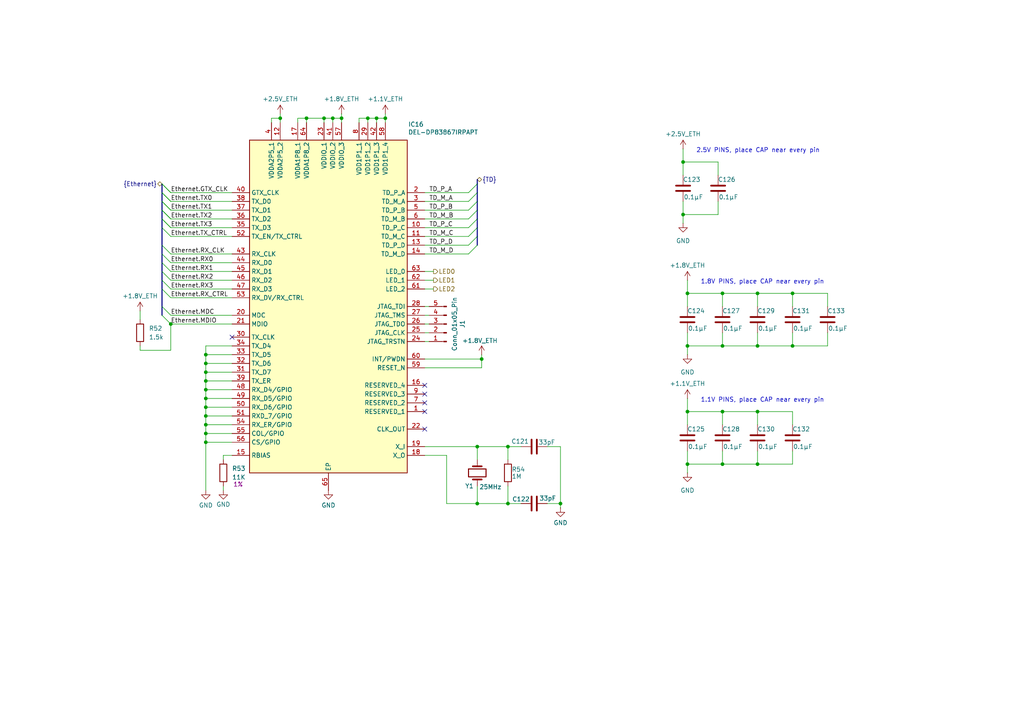
<source format=kicad_sch>
(kicad_sch (version 20250114) (generator "eeschema") (generator_version "9.0")
  (paper "A4")
  (lib_symbols
    (symbol "Connector:Conn_01x05_Pin" (pin_names (offset 1.016) (hide yes))
      (property "Reference" "J" (at 0 7.62 0))
      (property "Value" "Conn_01x05_Pin" (at 0 -7.62 0))
      (symbol "Conn_01x05_Pin_1_1"
        (rectangle (start 0.8636 5.207) (end 0 4.953) (stroke (width 0.1524)) (fill (type outline)))
        (rectangle (start 0.8636 2.667) (end 0 2.413) (stroke (width 0.1524)) (fill (type outline)))
        (rectangle (start 0.8636 0.127) (end 0 -0.127) (stroke (width 0.1524)) (fill (type outline)))
        (rectangle (start 0.8636 -2.413) (end 0 -2.667) (stroke (width 0.1524)) (fill (type outline)))
        (rectangle (start 0.8636 -4.953) (end 0 -5.207) (stroke (width 0.1524)) (fill (type outline)))
        (polyline (pts (xy 1.27 5.08) (xy 0.8636 5.08)) (stroke (width 0.1524)))
        (polyline (pts (xy 1.27 2.54) (xy 0.8636 2.54)) (stroke (width 0.1524)))
        (polyline (pts (xy 1.27 0) (xy 0.8636 0)) (stroke (width 0.1524)))
        (polyline (pts (xy 1.27 -2.54) (xy 0.8636 -2.54)) (stroke (width 0.1524)))
        (polyline (pts (xy 1.27 -5.08) (xy 0.8636 -5.08)) (stroke (width 0.1524)))
        (pin passive line (at 5.08 5.08 180) (length 3.81) (name "Pin_1") (number "1"))
        (pin passive line (at 5.08 2.54 180) (length 3.81) (name "Pin_2") (number "2"))
        (pin passive line (at 5.08 0 180) (length 3.81) (name "Pin_3") (number "3"))
        (pin passive line (at 5.08 -2.54 180) (length 3.81) (name "Pin_4") (number "4"))
        (pin passive line (at 5.08 -5.08 180) (length 3.81) (name "Pin_5") (number "5"))
      )
    )
    (symbol "DEL-DP83867IRPAPT:DEL-DP83867IRPAPT"
      (property "Reference" "IC14" (at 53.34 40.132 0))
      (property "Value" "DEL-DP83867IRPAPT" (at 61.214 37.846 0))
      (symbol "DEL-DP83867IRPAPT_1_1"
        (rectangle (start 5.08 35.56) (end 50.8 -60.96) (stroke (width 0.254)) (fill (type background)))
        (pin passive line (at 0 20.32 0) (length 5.08) (name "GTX_CLK") (number "40"))
        (pin passive line (at 0 17.78 0) (length 5.08) (name "TX_D0") (number "38"))
        (pin passive line (at 0 15.24 0) (length 5.08) (name "TX_D1") (number "37"))
        (pin passive line (at 0 12.7 0) (length 5.08) (name "TX_D2") (number "36"))
        (pin passive line (at 0 10.16 0) (length 5.08) (name "TX_D3") (number "35"))
        (pin passive line (at 0 7.62 0) (length 5.08) (name "TX_EN/TX_CTRL") (number "52"))
        (pin passive line (at 0 2.54 0) (length 5.08) (name "RX_CLK") (number "43"))
        (pin passive line (at 0 0 0) (length 5.08) (name "RX_D0") (number "44"))
        (pin passive line (at 0 -2.54 0) (length 5.08) (name "RX_D1") (number "45"))
        (pin passive line (at 0 -5.08 0) (length 5.08) (name "RX_D2") (number "46"))
        (pin passive line (at 0 -7.62 0) (length 5.08) (name "RX_D3") (number "47"))
        (pin passive line (at 0 -10.16 0) (length 5.08) (name "RX_DV/RX_CTRL") (number "53"))
        (pin passive line (at 0 -15.24 0) (length 5.08) (name "MDC") (number "20"))
        (pin passive line (at 0 -17.78 0) (length 5.08) (name "MDIO") (number "21"))
        (pin passive line (at 0 -21.59 0) (length 5.08) (name "TX_CLK") (number "30"))
        (pin passive line (at 0 -24.13 0) (length 5.08) (name "TX_D4") (number "34"))
        (pin passive line (at 0 -26.67 0) (length 5.08) (name "TX_D5") (number "33"))
        (pin passive line (at 0 -29.21 0) (length 5.08) (name "TX_D6") (number "32"))
        (pin passive line (at 0 -31.75 0) (length 5.08) (name "TX_D7") (number "31"))
        (pin passive line (at 0 -34.29 0) (length 5.08) (name "TX_ER") (number "39"))
        (pin passive line (at 0 -36.83 0) (length 5.08) (name "RX_D4/GPIO") (number "48"))
        (pin passive line (at 0 -39.37 0) (length 5.08) (name "RX_D5/GPIO") (number "49"))
        (pin passive line (at 0 -41.91 0) (length 5.08) (name "RX_D6/GPIO") (number "50"))
        (pin passive line (at 0 -44.45 0) (length 5.08) (name "RXD_7/GPIO") (number "51"))
        (pin passive line (at 0 -46.99 0) (length 5.08) (name "RX_ER/GPIO") (number "54"))
        (pin passive line (at 0 -49.53 0) (length 5.08) (name "COL/GPIO") (number "55"))
        (pin passive line (at 0 -52.07 0) (length 5.08) (name "CS/GPIO") (number "56"))
        (pin passive line (at 0 -55.88 0) (length 5.08) (name "RBIAS") (number "15"))
        (pin passive line (at 11.43 40.64 270) (length 5.08) (name "VDDA2P5_1") (number "4"))
        (pin passive line (at 13.97 40.64 270) (length 5.08) (name "VDDA2P5_2") (number "12"))
        (pin passive line (at 19.05 40.64 270) (length 5.08) (name "VDDA1P8_1") (number "17"))
        (pin passive line (at 21.59 40.64 270) (length 5.08) (name "VDDA1P8_2") (number "64"))
        (pin passive line (at 26.67 40.64 270) (length 5.08) (name "VDDIO_1") (number "23"))
        (pin passive line (at 27.94 -66.04 90) (length 5.08) (name "EP") (number "65"))
        (pin passive line (at 29.21 40.64 270) (length 5.08) (name "VDDIO_2") (number "41"))
        (pin passive line (at 31.75 40.64 270) (length 5.08) (name "VDDIO_3") (number "57"))
        (pin passive line (at 36.83 40.64 270) (length 5.08) (name "VDD1P1_1") (number "8"))
        (pin passive line (at 39.37 40.64 270) (length 5.08) (name "VDD1P1_2") (number "29"))
        (pin passive line (at 41.91 40.64 270) (length 5.08) (name "VDD1P1_3") (number "42"))
        (pin passive line (at 44.45 40.64 270) (length 5.08) (name "VDD1P1_4") (number "58"))
        (pin passive line (at 55.88 20.32 180) (length 5.08) (name "TD_P_A") (number "2"))
        (pin passive line (at 55.88 17.78 180) (length 5.08) (name "TD_M_A") (number "3"))
        (pin passive line (at 55.88 15.24 180) (length 5.08) (name "TD_P_B") (number "5"))
        (pin passive line (at 55.88 12.7 180) (length 5.08) (name "TD_M_B") (number "6"))
        (pin passive line (at 55.88 10.16 180) (length 5.08) (name "TD_P_C") (number "10"))
        (pin passive line (at 55.88 7.62 180) (length 5.08) (name "TD_M_C") (number "11"))
        (pin passive line (at 55.88 5.08 180) (length 5.08) (name "TD_P_D") (number "13"))
        (pin passive line (at 55.88 2.54 180) (length 5.08) (name "TD_M_D") (number "14"))
        (pin passive line (at 55.88 -2.54 180) (length 5.08) (name "LED_0") (number "63"))
        (pin passive line (at 55.88 -5.08 180) (length 5.08) (name "LED_1") (number "62"))
        (pin passive line (at 55.88 -7.62 180) (length 5.08) (name "LED_2") (number "61"))
        (pin passive line (at 55.88 -12.7 180) (length 5.08) (name "JTAG_TDI") (number "28"))
        (pin passive line (at 55.88 -15.24 180) (length 5.08) (name "JTAG_TMS") (number "27"))
        (pin passive line (at 55.88 -17.78 180) (length 5.08) (name "JTAG_TDO") (number "26"))
        (pin passive line (at 55.88 -20.32 180) (length 5.08) (name "JTAG_CLK") (number "25"))
        (pin passive line (at 55.88 -22.86 180) (length 5.08) (name "JTAG_TRSTN") (number "24"))
        (pin passive line (at 55.88 -27.94 180) (length 5.08) (name "INT/PWDN") (number "60"))
        (pin passive line (at 55.88 -30.48 180) (length 5.08) (name "RESET_N") (number "59"))
        (pin passive line (at 55.88 -35.56 180) (length 5.08) (name "RESERVED_4") (number "16"))
        (pin passive line (at 55.88 -38.1 180) (length 5.08) (name "RESERVED_3") (number "9"))
        (pin passive line (at 55.88 -40.64 180) (length 5.08) (name "RESERVED_2") (number "7"))
        (pin passive line (at 55.88 -43.18 180) (length 5.08) (name "RESERVED_1") (number "1"))
        (pin passive line (at 55.88 -48.26 180) (length 5.08) (name "CLK_OUT") (number "22"))
        (pin passive line (at 55.88 -53.34 180) (length 5.08) (name "X_I") (number "19"))
        (pin passive line (at 55.88 -55.88 180) (length 5.08) (name "X_O") (number "18"))
      )
    )
    (symbol "Device:C" (pin_numbers (hide yes)) (pin_names (offset 0.254))
      (property "Reference" "C" (at 0.635 2.54 0))
      (property "Value" "C" (at 0.635 -2.54 0))
      (symbol "C_0_1"
        (polyline (pts (xy -2.032 0.762) (xy 2.032 0.762)) (stroke (width 0.508)))
        (polyline (pts (xy -2.032 -0.762) (xy 2.032 -0.762)) (stroke (width 0.508)))
      )
      (symbol "C_1_1"
        (pin passive line (at 0 3.81 270) (length 2.794) (name "~") (number "1"))
        (pin passive line (at 0 -3.81 90) (length 2.794) (name "~") (number "2"))
      )
    )
    (symbol "Device:Crystal" (pin_numbers (hide yes)) (pin_names (offset 1.016) (hide yes))
      (property "Reference" "Y" (at 0 3.81 0))
      (property "Value" "Crystal" (at 0 -3.81 0))
      (symbol "Crystal_0_1"
        (polyline (pts (xy -2.54 0) (xy -1.905 0)))
        (polyline (pts (xy -1.905 -1.27) (xy -1.905 1.27)) (stroke (width 0.508)))
        (rectangle (start -1.143 2.54) (end 1.143 -2.54) (stroke (width 0.3048)))
        (polyline (pts (xy 1.905 -1.27) (xy 1.905 1.27)) (stroke (width 0.508)))
        (polyline (pts (xy 2.54 0) (xy 1.905 0)))
      )
      (symbol "Crystal_1_1"
        (pin passive line (at -3.81 0 0) (length 1.27) (name "1") (number "1"))
        (pin passive line (at 3.81 0 180) (length 1.27) (name "2") (number "2"))
      )
    )
    (symbol "Device:R" (pin_numbers (hide yes)) (pin_names (offset 0))
      (property "Reference" "R" (at 2.032 0 90))
      (property "Value" "R" (at 0 0 90))
      (symbol "R_0_1"
        (rectangle (start -1.016 -2.54) (end 1.016 2.54) (stroke (width 0.254)))
      )
      (symbol "R_1_1"
        (pin passive line (at 0 3.81 270) (length 1.27) (name "~") (number "1"))
        (pin passive line (at 0 -3.81 90) (length 1.27) (name "~") (number "2"))
      )
    )
    (symbol "power:+1V8" (power) (pin_numbers (hide yes)) (pin_names (offset 0) (hide yes))
      (property "Value" "+1V8" (at 0 3.556 0))
      (symbol "+1V8_0_1"
        (polyline (pts (xy -0.762 1.27) (xy 0 2.54)))
        (polyline (pts (xy 0 2.54) (xy 0.762 1.27)))
        (polyline (pts (xy 0 0) (xy 0 2.54)))
      )
      (symbol "+1V8_1_1"
        (pin power_in line (at 0 0 90) (length 0) (name "~") (number "1"))
      )
    )
    (symbol "power:GND" (power) (pin_numbers (hide yes)) (pin_names (offset 0) (hide yes))
      (property "Value" "GND" (at 0 -3.81 0))
      (symbol "GND_0_1"
        (polyline (pts (xy 0 0) (xy 0 -1.27) (xy 1.27 -1.27) (xy 0 -2.54) (xy -1.27 -1.27) (xy 0 -1.27)))
      )
      (symbol "GND_1_1"
        (pin power_in line (at 0 0 270) (length 0) (name "~") (number "1"))
      )
    )
  )
  (bus_alias "Ethernet" (members "Ethernet.TX0" "Ethernet.TX1" "Ethernet.TX2" "Ethernet.TX3" "Ethernet.RX0" "Ethernet.RX1" "Ethernet.RX2" "Ethernet.RX3" "Ethernet.TX_CTRL" "Ethernet.RX_CTRL" "Ethernet.RX_CLK" "Ethernet.GTX_CLK" "Ethernet.MDIO" "Ethernet.MDC"))
  (bus_alias "TD" (members "TD_P_A" "TD_M_A" "TD_P_B" "TD_M_B" "TD_P_C" "TD_M_C" "TD_P_D" "TD_M_D"))
  (text "1.8V PINS, place CAP near every pin" (at 203.2 82.55 0) (effects (font (size 1.27 1.27)) (justify left bottom)))
  (text "1.1V PINS, place CAP near every pin" (at 203.2 116.84 0) (effects (font (size 1.27 1.27)) (justify left bottom)))
  (text "2.5V PINS, place CAP near every pin" (at 201.93 44.45 0) (effects (font (size 1.27 1.27)) (justify left bottom)))
  (junction (at 59.69 113.03))
  (junction (at 59.69 120.65))
  (junction (at 49.53 93.98))
  (junction (at 59.69 115.57))
  (junction (at 199.39 134.62))
  (junction (at 147.32 129.54))
  (junction (at 59.69 123.19))
  (junction (at 139.7 104.14))
  (junction (at 209.55 85.09))
  (junction (at 59.69 125.73))
  (junction (at 81.28 34.29))
  (junction (at 229.87 85.09))
  (junction (at 59.69 102.87))
  (junction (at 59.69 107.95))
  (junction (at 138.43 129.54))
  (junction (at 219.71 134.62))
  (junction (at 199.39 119.38))
  (junction (at 219.71 119.38))
  (junction (at 93.98 34.29))
  (junction (at 138.43 146.05))
  (junction (at 111.76 34.29))
  (junction (at 59.69 118.11))
  (junction (at 209.55 100.33))
  (junction (at 99.06 34.29))
  (junction (at 198.12 62.23))
  (junction (at 219.71 85.09))
  (junction (at 229.87 100.33))
  (junction (at 219.71 100.33))
  (junction (at 59.69 105.41))
  (junction (at 198.12 46.99))
  (junction (at 96.52 34.29))
  (junction (at 199.39 85.09))
  (junction (at 106.68 34.29))
  (junction (at 209.55 134.62))
  (junction (at 199.39 100.33))
  (junction (at 88.9 34.29))
  (junction (at 109.22 34.29))
  (junction (at 162.56 146.05))
  (junction (at 209.55 119.38))
  (junction (at 147.32 146.05))
  (junction (at 59.69 110.49))
  (junction (at 59.69 128.27))
  (no_connect (at 123.19 124.46))
  (no_connect (at 67.31 97.79))
  (no_connect (at 123.19 119.38))
  (no_connect (at 123.19 114.3))
  (no_connect (at 123.19 116.84))
  (no_connect (at 123.19 111.76))
  (bus_entry (at 46.99 60.96) (size 2.54 2.54))
  (bus_entry (at 46.99 71.12) (size 2.54 2.54))
  (bus_entry (at 46.99 91.44) (size 2.54 2.54))
  (bus_entry (at 46.99 76.2) (size 2.54 2.54))
  (bus_entry (at 46.99 53.34) (size 2.54 2.54))
  (bus_entry (at 46.99 81.28) (size 2.54 2.54))
  (bus_entry (at 46.99 73.66) (size 2.54 2.54))
  (bus_entry (at 46.99 58.42) (size 2.54 2.54))
  (bus_entry (at 46.99 63.5) (size 2.54 2.54))
  (bus_entry (at 138.43 53.34) (size -2.54 2.54))
  (bus_entry (at 46.99 78.74) (size 2.54 2.54))
  (bus_entry (at 46.99 88.9) (size 2.54 2.54))
  (bus_entry (at 46.99 58.42) (size 2.54 2.54))
  (bus_entry (at 138.43 66.04) (size -2.54 2.54))
  (bus_entry (at 46.99 66.04) (size 2.54 2.54))
  (bus_entry (at 46.99 53.34) (size 2.54 2.54))
  (bus_entry (at 138.43 60.96) (size -2.54 2.54))
  (bus_entry (at 46.99 55.88) (size 2.54 2.54))
  (bus_entry (at 46.99 63.5) (size 2.54 2.54))
  (bus_entry (at 138.43 63.5) (size -2.54 2.54))
  (bus_entry (at 46.99 83.82) (size 2.54 2.54))
  (bus_entry (at 138.43 58.42) (size -2.54 2.54))
  (bus_entry (at 46.99 60.96) (size 2.54 2.54))
  (bus_entry (at 138.43 55.88) (size -2.54 2.54))
  (bus_entry (at 138.43 68.58) (size -2.54 2.54))
  (bus_entry (at 138.43 71.12) (size -2.54 2.54))
  (bus_entry (at 46.99 55.88) (size 2.54 2.54))
  (wire (pts (xy 59.69 125.73) (xy 67.31 125.73)))
  (wire (pts (xy 59.69 107.95) (xy 59.69 110.49)))
  (wire (pts (xy 59.69 123.19) (xy 59.69 125.73)))
  (wire (pts (xy 229.87 130.81) (xy 229.87 134.62)))
  (wire (pts (xy 49.53 68.58) (xy 67.31 68.58)))
  (wire (pts (xy 209.55 96.52) (xy 209.55 100.33)))
  (bus (pts (xy 46.99 60.96) (xy 46.99 63.5)))
  (wire (pts (xy 123.19 132.08) (xy 129.54 132.08)))
  (wire (pts (xy 59.69 142.24) (xy 59.69 128.27)))
  (wire (pts (xy 59.69 105.41) (xy 67.31 105.41)))
  (bus (pts (xy 138.43 66.04) (xy 138.43 68.58)))
  (wire (pts (xy 88.9 34.29) (xy 93.98 34.29)))
  (wire (pts (xy 123.19 55.88) (xy 135.89 55.88)))
  (wire (pts (xy 59.69 110.49) (xy 59.69 113.03)))
  (wire (pts (xy 123.19 91.44) (xy 124.46 91.44)))
  (bus (pts (xy 138.43 52.07) (xy 138.43 53.34)))
  (wire (pts (xy 229.87 119.38) (xy 219.71 119.38)))
  (wire (pts (xy 209.55 119.38) (xy 199.39 119.38)))
  (wire (pts (xy 123.19 129.54) (xy 138.43 129.54)))
  (wire (pts (xy 162.56 129.54) (xy 162.56 146.05)))
  (wire (pts (xy 219.71 100.33) (xy 209.55 100.33)))
  (wire (pts (xy 109.22 34.29) (xy 111.76 34.29)))
  (wire (pts (xy 219.71 88.9) (xy 219.71 85.09)))
  (wire (pts (xy 59.69 120.65) (xy 59.69 123.19)))
  (wire (pts (xy 158.75 146.05) (xy 162.56 146.05)))
  (wire (pts (xy 59.69 115.57) (xy 67.31 115.57)))
  (wire (pts (xy 162.56 129.54) (xy 158.75 129.54)))
  (wire (pts (xy 219.71 119.38) (xy 209.55 119.38)))
  (wire (pts (xy 240.03 88.9) (xy 240.03 85.09)))
  (wire (pts (xy 40.64 100.33) (xy 40.64 101.6)))
  (wire (pts (xy 111.76 34.29) (xy 111.76 35.56)))
  (wire (pts (xy 138.43 133.35) (xy 138.43 129.54)))
  (wire (pts (xy 49.53 93.98) (xy 67.31 93.98)))
  (wire (pts (xy 147.32 129.54) (xy 151.13 129.54)))
  (bus (pts (xy 46.99 83.82) (xy 46.99 88.9)))
  (wire (pts (xy 86.36 34.29) (xy 88.9 34.29)))
  (wire (pts (xy 199.39 85.09) (xy 199.39 88.9)))
  (wire (pts (xy 59.69 128.27) (xy 67.31 128.27)))
  (wire (pts (xy 59.69 102.87) (xy 59.69 105.41)))
  (wire (pts (xy 229.87 134.62) (xy 219.71 134.62)))
  (wire (pts (xy 59.69 113.03) (xy 67.31 113.03)))
  (bus (pts (xy 46.99 73.66) (xy 46.99 76.2)))
  (wire (pts (xy 229.87 88.9) (xy 229.87 85.09)))
  (bus (pts (xy 46.99 76.2) (xy 46.99 78.74)))
  (wire (pts (xy 49.53 66.04) (xy 67.31 66.04)))
  (wire (pts (xy 99.06 33.02) (xy 99.06 34.29)))
  (wire (pts (xy 123.19 66.04) (xy 135.89 66.04)))
  (wire (pts (xy 199.39 115.57) (xy 199.39 119.38)))
  (wire (pts (xy 219.71 96.52) (xy 219.71 100.33)))
  (bus (pts (xy 46.99 63.5) (xy 46.99 66.04)))
  (wire (pts (xy 96.52 34.29) (xy 99.06 34.29)))
  (wire (pts (xy 162.56 147.32) (xy 162.56 146.05)))
  (wire (pts (xy 240.03 100.33) (xy 229.87 100.33)))
  (wire (pts (xy 59.69 118.11) (xy 59.69 120.65)))
  (wire (pts (xy 138.43 140.97) (xy 138.43 146.05)))
  (wire (pts (xy 240.03 85.09) (xy 229.87 85.09)))
  (wire (pts (xy 59.69 110.49) (xy 67.31 110.49)))
  (wire (pts (xy 59.69 118.11) (xy 67.31 118.11)))
  (wire (pts (xy 147.32 140.97) (xy 147.32 146.05)))
  (wire (pts (xy 209.55 130.81) (xy 209.55 134.62)))
  (wire (pts (xy 86.36 34.29) (xy 86.36 35.56)))
  (wire (pts (xy 198.12 43.18) (xy 198.12 46.99)))
  (wire (pts (xy 123.19 93.98) (xy 124.46 93.98)))
  (bus (pts (xy 46.99 71.12) (xy 46.99 73.66)))
  (wire (pts (xy 49.53 73.66) (xy 67.31 73.66)))
  (wire (pts (xy 209.55 100.33) (xy 199.39 100.33)))
  (wire (pts (xy 59.69 113.03) (xy 59.69 115.57)))
  (wire (pts (xy 219.71 123.19) (xy 219.71 119.38)))
  (wire (pts (xy 106.68 34.29) (xy 106.68 35.56)))
  (wire (pts (xy 59.69 115.57) (xy 59.69 118.11)))
  (wire (pts (xy 209.55 88.9) (xy 209.55 85.09)))
  (wire (pts (xy 64.77 132.08) (xy 67.31 132.08)))
  (wire (pts (xy 123.19 104.14) (xy 139.7 104.14)))
  (bus (pts (xy 46.99 55.88) (xy 46.99 58.42)))
  (bus (pts (xy 138.43 53.34) (xy 138.43 55.88)))
  (wire (pts (xy 123.19 99.06) (xy 124.46 99.06)))
  (bus (pts (xy 46.99 78.74) (xy 46.99 81.28)))
  (wire (pts (xy 229.87 100.33) (xy 219.71 100.33)))
  (wire (pts (xy 123.19 60.96) (xy 135.89 60.96)))
  (wire (pts (xy 138.43 129.54) (xy 147.32 129.54)))
  (wire (pts (xy 78.74 34.29) (xy 78.74 35.56)))
  (wire (pts (xy 81.28 33.02) (xy 81.28 34.29)))
  (wire (pts (xy 104.14 34.29) (xy 104.14 35.56)))
  (wire (pts (xy 123.19 71.12) (xy 135.89 71.12)))
  (wire (pts (xy 199.39 137.16) (xy 199.39 134.62)))
  (wire (pts (xy 240.03 96.52) (xy 240.03 100.33)))
  (wire (pts (xy 198.12 62.23) (xy 198.12 58.42)))
  (wire (pts (xy 40.64 101.6) (xy 49.53 101.6)))
  (wire (pts (xy 123.19 96.52) (xy 124.46 96.52)))
  (bus (pts (xy 46.99 81.28) (xy 46.99 83.82)))
  (wire (pts (xy 229.87 96.52) (xy 229.87 100.33)))
  (bus (pts (xy 46.99 53.34) (xy 46.99 55.88)))
  (wire (pts (xy 123.19 63.5) (xy 135.89 63.5)))
  (wire (pts (xy 123.19 78.74) (xy 125.73 78.74)))
  (wire (pts (xy 219.71 85.09) (xy 209.55 85.09)))
  (wire (pts (xy 123.19 68.58) (xy 135.89 68.58)))
  (wire (pts (xy 49.53 63.5) (xy 67.31 63.5)))
  (bus (pts (xy 138.43 68.58) (xy 138.43 71.12)))
  (bus (pts (xy 46.99 88.9) (xy 46.99 91.44)))
  (wire (pts (xy 208.28 50.8) (xy 208.28 46.99)))
  (wire (pts (xy 229.87 123.19) (xy 229.87 119.38)))
  (bus (pts (xy 46.99 66.04) (xy 46.99 71.12)))
  (wire (pts (xy 59.69 105.41) (xy 59.69 107.95)))
  (wire (pts (xy 49.53 83.82) (xy 67.31 83.82)))
  (wire (pts (xy 129.54 146.05) (xy 138.43 146.05)))
  (wire (pts (xy 49.53 91.44) (xy 67.31 91.44)))
  (wire (pts (xy 59.69 120.65) (xy 67.31 120.65)))
  (wire (pts (xy 49.53 81.28) (xy 67.31 81.28)))
  (wire (pts (xy 59.69 107.95) (xy 67.31 107.95)))
  (wire (pts (xy 219.71 134.62) (xy 209.55 134.62)))
  (wire (pts (xy 123.19 81.28) (xy 125.73 81.28)))
  (wire (pts (xy 219.71 130.81) (xy 219.71 134.62)))
  (wire (pts (xy 99.06 34.29) (xy 99.06 35.56)))
  (wire (pts (xy 49.53 93.98) (xy 49.53 101.6)))
  (wire (pts (xy 59.69 125.73) (xy 59.69 128.27)))
  (wire (pts (xy 49.53 78.74) (xy 67.31 78.74)))
  (wire (pts (xy 147.32 146.05) (xy 151.13 146.05)))
  (wire (pts (xy 49.53 76.2) (xy 67.31 76.2)))
  (wire (pts (xy 198.12 46.99) (xy 198.12 50.8)))
  (bus (pts (xy 138.43 63.5) (xy 138.43 66.04)))
  (wire (pts (xy 78.74 34.29) (xy 81.28 34.29)))
  (wire (pts (xy 199.39 81.28) (xy 199.39 85.09)))
  (wire (pts (xy 198.12 64.77) (xy 198.12 62.23)))
  (wire (pts (xy 59.69 100.33) (xy 67.31 100.33)))
  (wire (pts (xy 59.69 100.33) (xy 59.69 102.87)))
  (wire (pts (xy 49.53 55.88) (xy 67.31 55.88)))
  (wire (pts (xy 209.55 85.09) (xy 199.39 85.09)))
  (wire (pts (xy 208.28 62.23) (xy 198.12 62.23)))
  (wire (pts (xy 209.55 134.62) (xy 199.39 134.62)))
  (wire (pts (xy 208.28 46.99) (xy 198.12 46.99)))
  (wire (pts (xy 199.39 134.62) (xy 199.39 130.81)))
  (wire (pts (xy 123.19 106.68) (xy 139.7 106.68)))
  (wire (pts (xy 49.53 86.36) (xy 67.31 86.36)))
  (wire (pts (xy 96.52 34.29) (xy 96.52 35.56)))
  (wire (pts (xy 59.69 123.19) (xy 67.31 123.19)))
  (bus (pts (xy 138.43 60.96) (xy 138.43 63.5)))
  (wire (pts (xy 104.14 34.29) (xy 106.68 34.29)))
  (wire (pts (xy 123.19 88.9) (xy 124.46 88.9)))
  (wire (pts (xy 109.22 34.29) (xy 109.22 35.56)))
  (wire (pts (xy 49.53 60.96) (xy 67.31 60.96)))
  (wire (pts (xy 123.19 58.42) (xy 135.89 58.42)))
  (wire (pts (xy 93.98 34.29) (xy 93.98 35.56)))
  (wire (pts (xy 96.52 34.29) (xy 93.98 34.29)))
  (wire (pts (xy 139.7 102.87) (xy 139.7 104.14)))
  (wire (pts (xy 208.28 58.42) (xy 208.28 62.23)))
  (wire (pts (xy 139.7 106.68) (xy 139.7 104.14)))
  (wire (pts (xy 106.68 34.29) (xy 109.22 34.29)))
  (wire (pts (xy 147.32 129.54) (xy 147.32 133.35)))
  (wire (pts (xy 111.76 33.02) (xy 111.76 34.29)))
  (wire (pts (xy 199.39 102.87) (xy 199.39 100.33)))
  (wire (pts (xy 123.19 83.82) (xy 125.73 83.82)))
  (wire (pts (xy 123.19 73.66) (xy 135.89 73.66)))
  (bus (pts (xy 138.43 55.88) (xy 138.43 58.42)))
  (wire (pts (xy 81.28 34.29) (xy 81.28 35.56)))
  (wire (pts (xy 49.53 58.42) (xy 67.31 58.42)))
  (wire (pts (xy 59.69 102.87) (xy 67.31 102.87)))
  (wire (pts (xy 64.77 133.35) (xy 64.77 132.08)))
  (wire (pts (xy 209.55 123.19) (xy 209.55 119.38)))
  (wire (pts (xy 138.43 146.05) (xy 147.32 146.05)))
  (wire (pts (xy 199.39 119.38) (xy 199.39 123.19)))
  (wire (pts (xy 88.9 34.29) (xy 88.9 35.56)))
  (wire (pts (xy 40.64 92.71) (xy 40.64 90.17)))
  (bus (pts (xy 46.99 58.42) (xy 46.99 60.96)))
  (bus (pts (xy 138.43 58.42) (xy 138.43 60.96)))
  (wire (pts (xy 229.87 85.09) (xy 219.71 85.09)))
  (wire (pts (xy 64.77 142.24) (xy 64.77 140.97)))
  (wire (pts (xy 129.54 132.08) (xy 129.54 146.05)))
  (wire (pts (xy 199.39 100.33) (xy 199.39 96.52)))
  (label "TD_M_B" (at 124.46 63.5 0))
  (label "Ethernet.RX_CLK" (at 49.53 73.66 0))
  (label "Ethernet.RX_CTRL" (at 49.53 86.36 0))
  (label "Ethernet.GTX_CLK" (at 49.53 55.88 0))
  (label "Ethernet.TX2" (at 49.53 63.5 0))
  (label "Ethernet.TX1" (at 49.53 60.96 0))
  (label "Ethernet.TX3" (at 49.53 66.04 0))
  (label "TD_M_D" (at 124.46 73.66 0))
  (label "TD_P_A" (at 124.46 55.88 0))
  (label "Ethernet.TX_CTRL" (at 49.53 68.58 0))
  (label "Ethernet.MDIO" (at 49.53 93.98 0))
  (label "Ethernet.RX1" (at 49.53 78.74 0))
  (label "TD_P_C" (at 124.46 66.04 0))
  (label "Ethernet.RX0" (at 49.53 76.2 0))
  (label "TD_P_D" (at 124.46 71.12 0))
  (label "Ethernet.TX0" (at 49.53 58.42 0))
  (label "TD_M_A" (at 124.46 58.42 0))
  (label "TD_P_B" (at 124.46 60.96 0))
  (label "Ethernet.RX3" (at 49.53 83.82 0))
  (label "Ethernet.MDC" (at 49.53 91.44 0))
  (label "Ethernet.RX2" (at 49.53 81.28 0))
  (label "TD_M_C" (at 124.46 68.58 0))
  (hierarchical_label "{TD}" (shape bidirectional) (at 138.43 52.07 0))
  (hierarchical_label "{Ethernet}" (shape bidirectional) (at 46.99 53.34 180))
  (hierarchical_label "LED2" (shape output) (at 125.73 83.82 0))
  (hierarchical_label "LED1" (shape output) (at 125.73 81.28 0))
  (hierarchical_label "LED0" (shape output) (at 125.73 78.74 0))
  (symbol (lib_id "power:GND") (at 59.69 142.24 0) (unit 1)
    (property "Reference" "#PWR0154" (effects (hide yes)))
    (property "Value" "GND" (at 57.658 146.558 0) (effects (justify left)))
    (property "Description" "Power symbol creates a global label with name \"GND\" , ground" (effects (hide yes)))
  )
  (symbol (lib_id "power:GND") (at 199.39 102.87 0) (unit 1)
    (property "Reference" "#PWR0165" (effects (hide yes)))
    (property "Value" "GND" (at 199.39 107.95 0))
  )
  (symbol (lib_id "Device:C") (at 154.94 146.05 90) (unit 1)
    (property "Reference" "C122" (at 153.67 144.78 90) (effects (justify left)))
    (property "Value" "33pF" (at 161.29 144.526 90) (effects (justify left)))
    (property "Footprint" "Capacitor_SMD:C_0402_1005Metric" (effects (hide yes)))
    (property "Description" "Unpolarized capacitor" (effects (hide yes)))
  )
  (symbol (lib_id "power:+1V8") (at 81.28 33.02 0) (unit 1)
    (property "Reference" "#PWR0156" (effects (hide yes)))
    (property "Value" "+2.5V_ETH" (at 81.28 28.702 0))
    (property "Description" "Power symbol creates a global label with name \"+1V8\"" (effects (hide yes)))
  )
  (symbol (lib_id "power:+1V8") (at 99.06 33.02 0) (unit 1)
    (property "Reference" "#PWR0158" (effects (hide yes)))
    (property "Value" "+1.8V_ETH" (at 99.06 28.702 0))
    (property "Description" "Power symbol creates a global label with name \"+1V8\"" (effects (hide yes)))
  )
  (symbol (lib_id "Device:R") (at 147.32 137.16 0) (unit 1)
    (property "Reference" "R54" (at 150.368 136.144 0))
    (property "Value" "1M" (at 149.86 138.176 0))
    (property "Footprint" "Resistor_SMD:R_0603_1608Metric" (effects (hide yes)))
    (property "Description" "Resistor" (effects (hide yes)))
  )
  (symbol (lib_id "power:GND") (at 199.39 137.16 0) (unit 1)
    (property "Reference" "#PWR0167" (effects (hide yes)))
    (property "Value" "GND" (at 199.39 142.24 0))
  )
  (symbol (lib_id "power:GND") (at 162.56 147.32 0) (unit 1)
    (property "Reference" "#PWR0161" (effects (hide yes)))
    (property "Value" "GND" (at 160.528 151.638 0) (effects (justify left)))
    (property "Description" "Power symbol creates a global label with name \"GND\" , ground" (effects (hide yes)))
  )
  (symbol (lib_id "Device:R") (at 64.77 137.16 0) (unit 1)
    (property "Reference" "R53" (at 67.31 135.8899 0) (effects (justify left)))
    (property "Value" "11K" (at 67.31 138.4299 0) (effects (justify left)))
    (property "Footprint" "Resistor_SMD:R_0603_1608Metric" (effects (hide yes)))
    (property "Description" "Resistor" (effects (hide yes)))
    (property "tol" "1%" (at 69.088 140.462 0))
  )
  (symbol (lib_id "Device:C") (at 229.87 127 180) (unit 1)
    (property "Reference" "C132" (at 234.95 124.46 0) (effects (justify left)))
    (property "Value" "0.1µF" (at 235.6969 129.5433 0) (effects (justify left)))
    (property "Footprint" "Capacitor_SMD:C_0402_1005Metric" (effects (hide yes)))
    (property "Fab Reference" "GPC0603225-10-X7R" (effects (hide yes)))
    (property "Footprint Revised" "Yes" (effects (hide yes)))
  )
  (symbol (lib_id "power:GND") (at 198.12 64.77 0) (unit 1)
    (property "Reference" "#PWR0163" (effects (hide yes)))
    (property "Value" "GND" (at 198.12 69.85 0))
  )
  (symbol (lib_id "power:+1V8") (at 139.7 102.87 0) (unit 1)
    (property "Reference" "#PWR0160" (effects (hide yes)))
    (property "Value" "+1.8V_ETH" (at 139.192 98.806 0))
    (property "Description" "Power symbol creates a global label with name \"+1V8\"" (effects (hide yes)))
  )
  (symbol (lib_id "Device:C") (at 154.94 129.54 90) (unit 1)
    (property "Reference" "C121" (at 153.416 128.016 90) (effects (justify left)))
    (property "Value" "33pF" (at 161.036 128.27 90) (effects (justify left)))
    (property "Footprint" "Capacitor_SMD:C_0402_1005Metric" (effects (hide yes)))
    (property "Description" "Unpolarized capacitor" (effects (hide yes)))
  )
  (symbol (lib_id "Device:C") (at 240.03 92.71 180) (unit 1)
    (property "Reference" "C133" (at 245.11 90.17 0) (effects (justify left)))
    (property "Value" "0.1µF" (at 245.8569 95.2533 0) (effects (justify left)))
    (property "Footprint" "Capacitor_SMD:C_0402_1005Metric" (effects (hide yes)))
    (property "Fab Reference" "GPC0603225-10-X7R" (effects (hide yes)))
    (property "Footprint Revised" "Yes" (effects (hide yes)))
  )
  (symbol (lib_id "Device:R") (at 40.64 96.52 0) (unit 1)
    (property "Reference" "R52" (at 43.18 95.2499 0) (effects (justify left)))
    (property "Value" "1.5k" (at 43.18 97.7899 0) (effects (justify left)))
    (property "Footprint" "Resistor_SMD:R_0402_1005Metric" (effects (hide yes)))
    (property "Description" "Resistor" (effects (hide yes)))
  )
  (symbol (lib_id "power:+1V8") (at 198.12 43.18 0) (unit 1)
    (property "Reference" "#PWR0162" (effects (hide yes)))
    (property "Value" "+2.5V_ETH" (at 198.12 38.862 0))
    (property "Description" "Power symbol creates a global label with name \"+1V8\"" (effects (hide yes)))
  )
  (symbol (lib_id "Device:C") (at 219.71 92.71 180) (unit 1)
    (property "Reference" "C129" (at 224.79 90.17 0) (effects (justify left)))
    (property "Value" "0.1µF" (at 225.5369 95.2533 0) (effects (justify left)))
    (property "Footprint" "Capacitor_SMD:C_0402_1005Metric" (effects (hide yes)))
    (property "Fab Reference" "GPC0603225-10-X7R" (effects (hide yes)))
    (property "Footprint Revised" "Yes" (effects (hide yes)))
  )
  (symbol (lib_id "power:+1V8") (at 199.39 115.57 0) (unit 1)
    (property "Reference" "#PWR0166" (effects (hide yes)))
    (property "Value" "+1.1V_ETH" (at 199.39 111.252 0))
    (property "Description" "Power symbol creates a global label with name \"+1V8\"" (effects (hide yes)))
  )
  (symbol (lib_id "Device:C") (at 198.12 54.61 180) (unit 1)
    (property "Reference" "C123" (at 203.2 52.07 0) (effects (justify left)))
    (property "Value" "0.1µF" (at 203.9469 57.1533 0) (effects (justify left)))
    (property "Footprint" "Capacitor_SMD:C_0402_1005Metric" (effects (hide yes)))
    (property "Fab Reference" "GPC0603225-10-X7R" (effects (hide yes)))
    (property "Footprint Revised" "Yes" (effects (hide yes)))
  )
  (symbol (lib_id "power:GND") (at 95.25 142.24 0) (unit 1)
    (property "Reference" "#PWR0157" (effects (hide yes)))
    (property "Value" "GND" (at 93.218 146.558 0) (effects (justify left)))
    (property "Description" "Power symbol creates a global label with name \"GND\" , ground" (effects (hide yes)))
  )
  (symbol (lib_id "power:GND") (at 64.77 142.24 0) (unit 1)
    (property "Reference" "#PWR0155" (effects (hide yes)))
    (property "Value" "GND" (at 64.77 146.304 0))
    (property "Description" "Power symbol creates a global label with name \"GND\" , ground" (effects (hide yes)))
  )
  (symbol (lib_id "Device:C") (at 208.28 54.61 180) (unit 1)
    (property "Reference" "C126" (at 213.36 52.07 0) (effects (justify left)))
    (property "Value" "0.1µF" (at 214.1069 57.1533 0) (effects (justify left)))
    (property "Footprint" "Capacitor_SMD:C_0402_1005Metric" (effects (hide yes)))
    (property "Fab Reference" "GPC0603225-10-X7R" (effects (hide yes)))
    (property "Footprint Revised" "Yes" (effects (hide yes)))
  )
  (symbol (lib_id "power:+1V8") (at 111.76 33.02 0) (unit 1)
    (property "Reference" "#PWR0159" (effects (hide yes)))
    (property "Value" "+1.1V_ETH" (at 111.76 28.702 0))
    (property "Description" "Power symbol creates a global label with name \"+1V8\"" (effects (hide yes)))
  )
  (symbol (lib_id "Device:C") (at 209.55 127 180) (unit 1)
    (property "Reference" "C128" (at 214.63 124.46 0) (effects (justify left)))
    (property "Value" "0.1µF" (at 215.3769 129.5433 0) (effects (justify left)))
    (property "Footprint" "Capacitor_SMD:C_0402_1005Metric" (effects (hide yes)))
    (property "Fab Reference" "GPC0603225-10-X7R" (effects (hide yes)))
    (property "Footprint Revised" "Yes" (effects (hide yes)))
  )
  (symbol (lib_id "Device:C") (at 219.71 127 180) (unit 1)
    (property "Reference" "C130" (at 224.79 124.46 0) (effects (justify left)))
    (property "Value" "0.1µF" (at 225.5369 129.5433 0) (effects (justify left)))
    (property "Footprint" "Capacitor_SMD:C_0402_1005Metric" (effects (hide yes)))
    (property "Fab Reference" "GPC0603225-10-X7R" (effects (hide yes)))
    (property "Footprint Revised" "Yes" (effects (hide yes)))
  )
  (symbol (lib_id "Device:Crystal") (at 138.43 137.16 90) (unit 1)
    (property "Reference" "Y1" (at 136.144 140.97 90))
    (property "Value" "25MHz" (at 142.24 141.224 90))
    (property "Footprint" "SamacSys_Parts:ABM3" (effects (hide yes)))
    (property "Description" "Two pin crystal" (effects (hide yes)))
  )
  (symbol (lib_id "DEL-DP83867IRPAPT:DEL-DP83867IRPAPT") (at 67.31 76.2 0) (unit 1)
    (property "Reference" "IC16" (at 120.65 36.068 0))
    (property "Value" "DEL-DP83867IRPAPT" (at 128.524 38.354 0))
    (property "Footprint" "SamacSys_Parts:QFP50P1200X1200X120-65N" (effects (hide yes)))
    (property "Datasheet" "http://www.ti.com/general/docs/lit/getliterature.tsp?genericPartNumber=DP83867IR&amp;&amp;fileType=pdf" (effects (hide yes)))
    (property "Description" "TEXAS INSTRUMENTS - DEL-DP83867IRPAPT - \\u82AF\\u7247, \\u4EE5\\u592A\\u7F51\\u63A7\\u5236\\u5668, 1GBPS, HTQFP-64" (effects (hide yes)))
    (property "Height" "1.2" (effects (hide yes)))
    (property "Manufacturer_Name" "Texas Instruments" (effects (hide yes)))
    (property "Manufacturer_Part_Number" "DEL-DP83867IRPAPT" (effects (hide yes)))
  )
  (symbol (lib_id "power:+1V8") (at 199.39 81.28 0) (unit 1)
    (property "Reference" "#PWR0164" (effects (hide yes)))
    (property "Value" "+1.8V_ETH" (at 199.39 76.962 0))
    (property "Description" "Power symbol creates a global label with name \"+1V8\"" (effects (hide yes)))
  )
  (symbol (lib_id "Device:C") (at 209.55 92.71 180) (unit 1)
    (property "Reference" "C127" (at 214.63 90.17 0) (effects (justify left)))
    (property "Value" "0.1µF" (at 215.3769 95.2533 0) (effects (justify left)))
    (property "Footprint" "Capacitor_SMD:C_0402_1005Metric" (effects (hide yes)))
    (property "Fab Reference" "GPC0603225-10-X7R" (effects (hide yes)))
    (property "Footprint Revised" "Yes" (effects (hide yes)))
  )
  (symbol (lib_id "Connector:Conn_01x05_Pin") (at 129.54 93.98 180) (unit 1)
    (property "Reference" "J1" (at 134.112 93.98 90))
    (property "Value" "Conn_01x05_Pin" (at 131.826 93.98 90))
    (property "Footprint" "Connector_PinHeader_2.54mm:PinHeader_1x05_P2.54mm_Vertical" (effects (hide yes)))
    (property "Description" "Generic connector, single row, 01x05, script generated" (effects (hide yes)))
  )
  (symbol (lib_id "Device:C") (at 199.39 92.71 180) (unit 1)
    (property "Reference" "C124" (at 204.47 90.17 0) (effects (justify left)))
    (property "Value" "0.1µF" (at 205.2169 95.2533 0) (effects (justify left)))
    (property "Footprint" "Capacitor_SMD:C_0402_1005Metric" (effects (hide yes)))
    (property "Fab Reference" "GPC0603225-10-X7R" (effects (hide yes)))
    (property "Footprint Revised" "Yes" (effects (hide yes)))
  )
  (symbol (lib_id "Device:C") (at 229.87 92.71 180) (unit 1)
    (property "Reference" "C131" (at 234.95 90.17 0) (effects (justify left)))
    (property "Value" "0.1µF" (at 235.6969 95.2533 0) (effects (justify left)))
    (property "Footprint" "Capacitor_SMD:C_0402_1005Metric" (effects (hide yes)))
    (property "Fab Reference" "GPC0603225-10-X7R" (effects (hide yes)))
    (property "Footprint Revised" "Yes" (effects (hide yes)))
  )
  (symbol (lib_id "power:+1V8") (at 40.64 90.17 0) (unit 1)
    (property "Reference" "#PWR0153" (effects (hide yes)))
    (property "Value" "+1.8V_ETH" (at 40.64 85.852 0))
    (property "Description" "Power symbol creates a global label with name \"+1V8\"" (effects (hide yes)))
  )
  (symbol (lib_id "Device:C") (at 199.39 127 180) (unit 1)
    (property "Reference" "C125" (at 204.47 124.46 0) (effects (justify left)))
    (property "Value" "0.1µF" (at 205.2169 129.5433 0) (effects (justify left)))
    (property "Footprint" "Capacitor_SMD:C_0402_1005Metric" (effects (hide yes)))
    (property "Fab Reference" "GPC0603225-10-X7R" (effects (hide yes)))
    (property "Footprint Revised" "Yes" (effects (hide yes)))
  )
)
</source>
